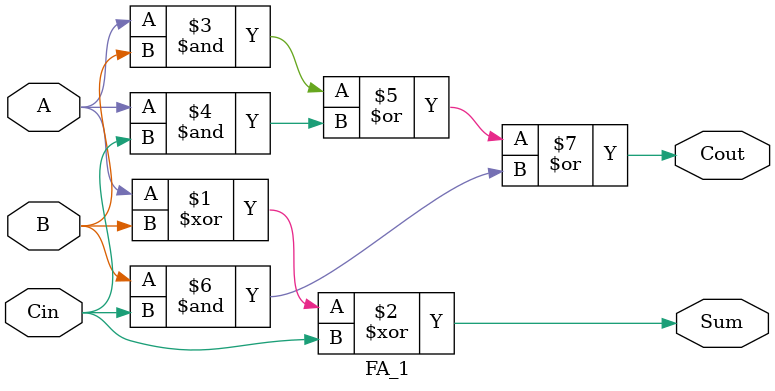
<source format=v>
module FA_1(
    input A,     // 输入信号 A
    input B,     // 输入信号 B
    input Cin,   // 输入进位信号 Cin
    output Sum,  // 输出和信号 Sum
    output Cout  // 输出进位信号 Cout
);

assign Sum=A^B^Cin;
assign Cout=(A&B)|(A&Cin)|(B&Cin);

endmodule

</source>
